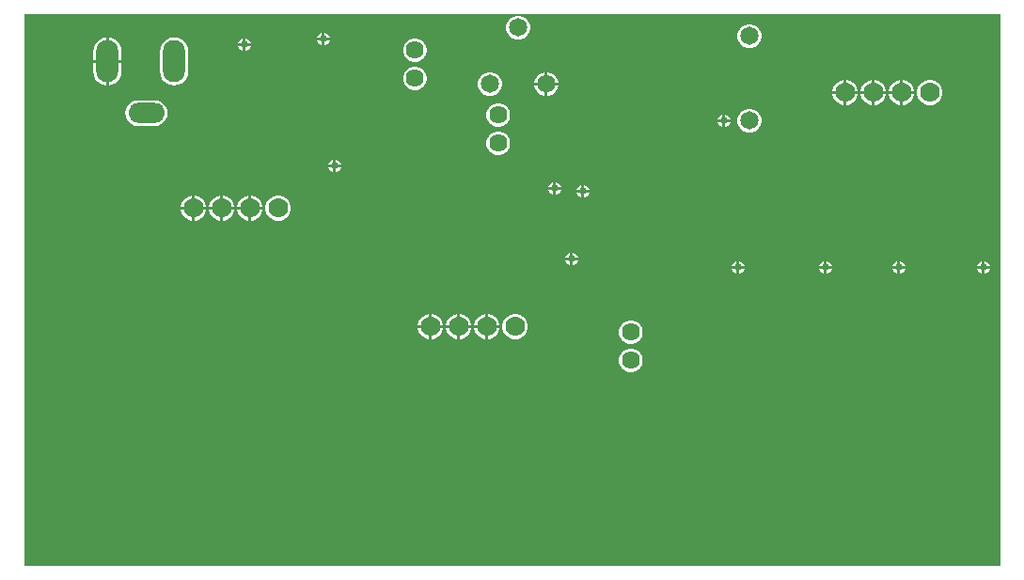
<source format=gbl>
G04*
G04 #@! TF.GenerationSoftware,Altium Limited,Altium Designer,24.1.2 (44)*
G04*
G04 Layer_Physical_Order=2*
G04 Layer_Color=16711680*
%FSLAX44Y44*%
%MOMM*%
G71*
G04*
G04 #@! TF.SameCoordinates,F52A13A3-DB3F-44E1-B1C3-80E51AC4D0DF*
G04*
G04*
G04 #@! TF.FilePolarity,Positive*
G04*
G01*
G75*
%ADD36C,1.6200*%
%ADD37C,1.7780*%
%ADD38C,1.6510*%
%ADD39O,2.0000X3.8000*%
%ADD40O,3.3000X1.8000*%
%ADD41C,0.6350*%
G36*
X883820Y5179D02*
X5179D01*
Y502821D01*
X883820D01*
Y5179D01*
D02*
G37*
%LPC*%
G36*
X275590Y485720D02*
Y481330D01*
X279980D01*
X279165Y483297D01*
X277557Y484905D01*
X275590Y485720D01*
D02*
G37*
G36*
X273050D02*
X271083Y484905D01*
X269475Y483297D01*
X268660Y481330D01*
X273050D01*
Y485720D01*
D02*
G37*
G36*
X451001Y501015D02*
X448159D01*
X445413Y500279D01*
X442952Y498858D01*
X440942Y496848D01*
X439521Y494387D01*
X438785Y491641D01*
Y488799D01*
X439521Y486053D01*
X440942Y483592D01*
X442952Y481582D01*
X445413Y480161D01*
X448159Y479425D01*
X451001D01*
X453747Y480161D01*
X456208Y481582D01*
X458218Y483592D01*
X459639Y486053D01*
X460375Y488799D01*
Y491641D01*
X459639Y494387D01*
X458218Y496848D01*
X456208Y498858D01*
X453747Y500279D01*
X451001Y501015D01*
D02*
G37*
G36*
X204470Y480640D02*
Y476250D01*
X208860D01*
X208045Y478217D01*
X206437Y479825D01*
X204470Y480640D01*
D02*
G37*
G36*
X201930D02*
X199963Y479825D01*
X198355Y478217D01*
X197540Y476250D01*
X201930D01*
Y480640D01*
D02*
G37*
G36*
X279980Y478790D02*
X275590D01*
Y474400D01*
X277557Y475215D01*
X279165Y476823D01*
X279980Y478790D01*
D02*
G37*
G36*
X273050D02*
X268660D01*
X269475Y476823D01*
X271083Y475215D01*
X273050Y474400D01*
Y478790D01*
D02*
G37*
G36*
X659281Y493395D02*
X656439D01*
X653693Y492659D01*
X651232Y491238D01*
X649222Y489228D01*
X647801Y486767D01*
X647065Y484021D01*
Y481179D01*
X647801Y478433D01*
X649222Y475972D01*
X651232Y473962D01*
X653693Y472541D01*
X656439Y471805D01*
X659281D01*
X662027Y472541D01*
X664488Y473962D01*
X666498Y475972D01*
X667919Y478433D01*
X668655Y481179D01*
Y484021D01*
X667919Y486767D01*
X666498Y489228D01*
X664488Y491238D01*
X662027Y492659D01*
X659281Y493395D01*
D02*
G37*
G36*
X208860Y473710D02*
X204470D01*
Y469320D01*
X206437Y470135D01*
X208045Y471743D01*
X208860Y473710D01*
D02*
G37*
G36*
X201930D02*
X197540D01*
X198355Y471743D01*
X199963Y470135D01*
X201930Y469320D01*
Y473710D01*
D02*
G37*
G36*
X81280Y481221D02*
Y461010D01*
X92658D01*
Y468740D01*
X92227Y472014D01*
X90964Y475064D01*
X88954Y477684D01*
X86334Y479694D01*
X83284Y480957D01*
X81280Y481221D01*
D02*
G37*
G36*
X78740D02*
X76736Y480957D01*
X73686Y479694D01*
X71066Y477684D01*
X69056Y475064D01*
X67793Y472014D01*
X67362Y468740D01*
Y461010D01*
X78740D01*
Y481221D01*
D02*
G37*
G36*
X358271Y480540D02*
X355469D01*
X352763Y479815D01*
X350337Y478414D01*
X348356Y476433D01*
X346955Y474007D01*
X346230Y471301D01*
Y468499D01*
X346955Y465793D01*
X348356Y463367D01*
X350337Y461386D01*
X352763Y459985D01*
X355469Y459260D01*
X358271D01*
X360977Y459985D01*
X363403Y461386D01*
X365384Y463367D01*
X366785Y465793D01*
X367510Y468499D01*
Y471301D01*
X366785Y474007D01*
X365384Y476433D01*
X363403Y478414D01*
X360977Y479815D01*
X358271Y480540D01*
D02*
G37*
G36*
X476401Y450215D02*
X476250D01*
Y440690D01*
X485775D01*
Y440841D01*
X485039Y443587D01*
X483618Y446048D01*
X481608Y448058D01*
X479147Y449479D01*
X476401Y450215D01*
D02*
G37*
G36*
X473710D02*
X473559D01*
X470813Y449479D01*
X468352Y448058D01*
X466342Y446048D01*
X464921Y443587D01*
X464185Y440841D01*
Y440690D01*
X473710D01*
Y450215D01*
D02*
G37*
G36*
X92658Y458470D02*
X81280D01*
Y438259D01*
X83284Y438523D01*
X86334Y439786D01*
X88954Y441796D01*
X90964Y444416D01*
X92227Y447466D01*
X92658Y450740D01*
Y458470D01*
D02*
G37*
G36*
X78740D02*
X67362D01*
Y450740D01*
X67793Y447466D01*
X69056Y444416D01*
X71066Y441796D01*
X73686Y439786D01*
X76736Y438523D01*
X78740Y438259D01*
Y458470D01*
D02*
G37*
G36*
X140010Y481388D02*
X136736Y480957D01*
X133686Y479694D01*
X131066Y477684D01*
X129056Y475064D01*
X127793Y472014D01*
X127362Y468740D01*
Y450740D01*
X127793Y447466D01*
X129056Y444416D01*
X131066Y441796D01*
X133686Y439786D01*
X136736Y438523D01*
X140010Y438092D01*
X143284Y438523D01*
X146334Y439786D01*
X148954Y441796D01*
X150964Y444416D01*
X152227Y447466D01*
X152658Y450740D01*
Y468740D01*
X152227Y472014D01*
X150964Y475064D01*
X148954Y477684D01*
X146334Y479694D01*
X143284Y480957D01*
X140010Y481388D01*
D02*
G37*
G36*
X358271Y455140D02*
X355469D01*
X352763Y454415D01*
X350337Y453014D01*
X348356Y451033D01*
X346955Y448607D01*
X346230Y445901D01*
Y443099D01*
X346955Y440393D01*
X348356Y437967D01*
X350337Y435986D01*
X352763Y434585D01*
X355469Y433860D01*
X358271D01*
X360977Y434585D01*
X363403Y435986D01*
X365384Y437967D01*
X366785Y440393D01*
X367510Y443099D01*
Y445901D01*
X366785Y448607D01*
X365384Y451033D01*
X363403Y453014D01*
X360977Y454415D01*
X358271Y455140D01*
D02*
G37*
G36*
X745725Y443230D02*
X745490D01*
Y433070D01*
X755650D01*
Y433305D01*
X754871Y436212D01*
X753366Y438818D01*
X751238Y440946D01*
X748632Y442451D01*
X745725Y443230D01*
D02*
G37*
G36*
X771125D02*
X770890D01*
Y433070D01*
X781050D01*
Y433305D01*
X780271Y436212D01*
X778766Y438818D01*
X776638Y440946D01*
X774032Y442451D01*
X771125Y443230D01*
D02*
G37*
G36*
X796525D02*
X796290D01*
Y433070D01*
X806450D01*
Y433305D01*
X805671Y436212D01*
X804166Y438818D01*
X802038Y440946D01*
X799432Y442451D01*
X796525Y443230D01*
D02*
G37*
G36*
X742950D02*
X742715D01*
X739808Y442451D01*
X737202Y440946D01*
X735074Y438818D01*
X733569Y436212D01*
X732790Y433305D01*
Y433070D01*
X742950D01*
Y443230D01*
D02*
G37*
G36*
X768350D02*
X768115D01*
X765208Y442451D01*
X762602Y440946D01*
X760474Y438818D01*
X758969Y436212D01*
X758190Y433305D01*
Y433070D01*
X768350D01*
Y443230D01*
D02*
G37*
G36*
X793750D02*
X793515D01*
X790608Y442451D01*
X788002Y440946D01*
X785874Y438818D01*
X784369Y436212D01*
X783590Y433305D01*
Y433070D01*
X793750D01*
Y443230D01*
D02*
G37*
G36*
X485775Y438150D02*
X476250D01*
Y428625D01*
X476401D01*
X479147Y429361D01*
X481608Y430782D01*
X483618Y432792D01*
X485039Y435253D01*
X485775Y437999D01*
Y438150D01*
D02*
G37*
G36*
X473710D02*
X464185D01*
Y437999D01*
X464921Y435253D01*
X466342Y432792D01*
X468352Y430782D01*
X470813Y429361D01*
X473559Y428625D01*
X473710D01*
Y438150D01*
D02*
G37*
G36*
X425601Y450215D02*
X422759D01*
X420013Y449479D01*
X417552Y448058D01*
X415542Y446048D01*
X414121Y443587D01*
X413385Y440841D01*
Y437999D01*
X414121Y435253D01*
X415542Y432792D01*
X417552Y430782D01*
X420013Y429361D01*
X422759Y428625D01*
X425601D01*
X428347Y429361D01*
X430808Y430782D01*
X432818Y432792D01*
X434239Y435253D01*
X434975Y437999D01*
Y440841D01*
X434239Y443587D01*
X432818Y446048D01*
X430808Y448058D01*
X428347Y449479D01*
X425601Y450215D01*
D02*
G37*
G36*
X821925Y443230D02*
X818915D01*
X816008Y442451D01*
X813402Y440946D01*
X811274Y438818D01*
X809769Y436212D01*
X808990Y433305D01*
Y430295D01*
X809769Y427388D01*
X811274Y424782D01*
X813402Y422654D01*
X816008Y421149D01*
X818915Y420370D01*
X821925D01*
X824832Y421149D01*
X827438Y422654D01*
X829566Y424782D01*
X831071Y427388D01*
X831850Y430295D01*
Y433305D01*
X831071Y436212D01*
X829566Y438818D01*
X827438Y440946D01*
X824832Y442451D01*
X821925Y443230D01*
D02*
G37*
G36*
X806450Y430530D02*
X796290D01*
Y420370D01*
X796525D01*
X799432Y421149D01*
X802038Y422654D01*
X804166Y424782D01*
X805671Y427388D01*
X806450Y430295D01*
Y430530D01*
D02*
G37*
G36*
X793750D02*
X783590D01*
Y430295D01*
X784369Y427388D01*
X785874Y424782D01*
X788002Y422654D01*
X790608Y421149D01*
X793515Y420370D01*
X793750D01*
Y430530D01*
D02*
G37*
G36*
X781050D02*
X770890D01*
Y420370D01*
X771125D01*
X774032Y421149D01*
X776638Y422654D01*
X778766Y424782D01*
X780271Y427388D01*
X781050Y430295D01*
Y430530D01*
D02*
G37*
G36*
X768350D02*
X758190D01*
Y430295D01*
X758969Y427388D01*
X760474Y424782D01*
X762602Y422654D01*
X765208Y421149D01*
X768115Y420370D01*
X768350D01*
Y430530D01*
D02*
G37*
G36*
X755650D02*
X745490D01*
Y420370D01*
X745725D01*
X748632Y421149D01*
X751238Y422654D01*
X753366Y424782D01*
X754871Y427388D01*
X755650Y430295D01*
Y430530D01*
D02*
G37*
G36*
X742950D02*
X732790D01*
Y430295D01*
X733569Y427388D01*
X735074Y424782D01*
X737202Y422654D01*
X739808Y421149D01*
X742715Y420370D01*
X742950D01*
Y430530D01*
D02*
G37*
G36*
X636270Y412060D02*
Y407670D01*
X640660D01*
X639845Y409637D01*
X638237Y411245D01*
X636270Y412060D01*
D02*
G37*
G36*
X633730D02*
X631763Y411245D01*
X630155Y409637D01*
X629340Y407670D01*
X633730D01*
Y412060D01*
D02*
G37*
G36*
X122510Y424879D02*
X107510D01*
X104497Y424483D01*
X101690Y423320D01*
X99280Y421470D01*
X97430Y419060D01*
X96267Y416253D01*
X95870Y413240D01*
X96267Y410227D01*
X97430Y407420D01*
X99280Y405010D01*
X101690Y403160D01*
X104497Y401997D01*
X107510Y401600D01*
X122510D01*
X125523Y401997D01*
X128330Y403160D01*
X130740Y405010D01*
X132590Y407420D01*
X133753Y410227D01*
X134150Y413240D01*
X133753Y416253D01*
X132590Y419060D01*
X130740Y421470D01*
X128330Y423320D01*
X125523Y424483D01*
X122510Y424879D01*
D02*
G37*
G36*
X433201Y422120D02*
X430399D01*
X427693Y421395D01*
X425267Y419994D01*
X423286Y418013D01*
X421885Y415587D01*
X421160Y412881D01*
Y410079D01*
X421885Y407373D01*
X423286Y404947D01*
X425267Y402966D01*
X427693Y401565D01*
X430399Y400840D01*
X433201D01*
X435907Y401565D01*
X438333Y402966D01*
X440314Y404947D01*
X441715Y407373D01*
X442440Y410079D01*
Y412881D01*
X441715Y415587D01*
X440314Y418013D01*
X438333Y419994D01*
X435907Y421395D01*
X433201Y422120D01*
D02*
G37*
G36*
X640660Y405130D02*
X636270D01*
Y400740D01*
X638237Y401555D01*
X639845Y403163D01*
X640660Y405130D01*
D02*
G37*
G36*
X633730D02*
X629340D01*
X630155Y403163D01*
X631763Y401555D01*
X633730Y400740D01*
Y405130D01*
D02*
G37*
G36*
X659281Y417195D02*
X656439D01*
X653693Y416459D01*
X651232Y415038D01*
X649222Y413028D01*
X647801Y410567D01*
X647065Y407821D01*
Y404979D01*
X647801Y402233D01*
X649222Y399772D01*
X651232Y397762D01*
X653693Y396341D01*
X656439Y395605D01*
X659281D01*
X662027Y396341D01*
X664488Y397762D01*
X666498Y399772D01*
X667919Y402233D01*
X668655Y404979D01*
Y407821D01*
X667919Y410567D01*
X666498Y413028D01*
X664488Y415038D01*
X662027Y416459D01*
X659281Y417195D01*
D02*
G37*
G36*
X433201Y396720D02*
X430399D01*
X427693Y395995D01*
X425267Y394594D01*
X423286Y392613D01*
X421885Y390187D01*
X421160Y387481D01*
Y384679D01*
X421885Y381973D01*
X423286Y379547D01*
X425267Y377566D01*
X427693Y376165D01*
X430399Y375440D01*
X433201D01*
X435907Y376165D01*
X438333Y377566D01*
X440314Y379547D01*
X441715Y381973D01*
X442440Y384679D01*
Y387481D01*
X441715Y390187D01*
X440314Y392613D01*
X438333Y394594D01*
X435907Y395995D01*
X433201Y396720D01*
D02*
G37*
G36*
X285750Y371420D02*
Y367030D01*
X290140D01*
X289325Y368997D01*
X287717Y370605D01*
X285750Y371420D01*
D02*
G37*
G36*
X283210D02*
X281243Y370605D01*
X279635Y368997D01*
X278820Y367030D01*
X283210D01*
Y371420D01*
D02*
G37*
G36*
X290140Y364490D02*
X285750D01*
Y360100D01*
X287717Y360915D01*
X289325Y362523D01*
X290140Y364490D01*
D02*
G37*
G36*
X283210D02*
X278820D01*
X279635Y362523D01*
X281243Y360915D01*
X283210Y360100D01*
Y364490D01*
D02*
G37*
G36*
X483870Y351100D02*
Y346710D01*
X488260D01*
X487445Y348677D01*
X485837Y350285D01*
X483870Y351100D01*
D02*
G37*
G36*
X481330D02*
X479363Y350285D01*
X477755Y348677D01*
X476940Y346710D01*
X481330D01*
Y351100D01*
D02*
G37*
G36*
X509270Y348560D02*
Y344170D01*
X513660D01*
X512845Y346137D01*
X511237Y347745D01*
X509270Y348560D01*
D02*
G37*
G36*
X506730D02*
X504763Y347745D01*
X503155Y346137D01*
X502340Y344170D01*
X506730D01*
Y348560D01*
D02*
G37*
G36*
X488260Y344170D02*
X483870D01*
Y339780D01*
X485837Y340595D01*
X487445Y342203D01*
X488260Y344170D01*
D02*
G37*
G36*
X481330D02*
X476940D01*
X477755Y342203D01*
X479363Y340595D01*
X481330Y339780D01*
Y344170D01*
D02*
G37*
G36*
X513660Y341630D02*
X509270D01*
Y337240D01*
X511237Y338055D01*
X512845Y339663D01*
X513660Y341630D01*
D02*
G37*
G36*
X506730D02*
X502340D01*
X503155Y339663D01*
X504763Y338055D01*
X506730Y337240D01*
Y341630D01*
D02*
G37*
G36*
X209785Y339090D02*
X209550D01*
Y328930D01*
X219710D01*
Y329165D01*
X218931Y332072D01*
X217426Y334678D01*
X215298Y336806D01*
X212692Y338311D01*
X209785Y339090D01*
D02*
G37*
G36*
X184385D02*
X184150D01*
Y328930D01*
X194310D01*
Y329165D01*
X193531Y332072D01*
X192026Y334678D01*
X189898Y336806D01*
X187292Y338311D01*
X184385Y339090D01*
D02*
G37*
G36*
X158985D02*
X158750D01*
Y328930D01*
X168910D01*
Y329165D01*
X168131Y332072D01*
X166626Y334678D01*
X164498Y336806D01*
X161892Y338311D01*
X158985Y339090D01*
D02*
G37*
G36*
X207010D02*
X206775D01*
X203868Y338311D01*
X201262Y336806D01*
X199134Y334678D01*
X197629Y332072D01*
X196850Y329165D01*
Y328930D01*
X207010D01*
Y339090D01*
D02*
G37*
G36*
X181610D02*
X181375D01*
X178468Y338311D01*
X175862Y336806D01*
X173734Y334678D01*
X172229Y332072D01*
X171450Y329165D01*
Y328930D01*
X181610D01*
Y339090D01*
D02*
G37*
G36*
X156210D02*
X155975D01*
X153068Y338311D01*
X150462Y336806D01*
X148334Y334678D01*
X146829Y332072D01*
X146050Y329165D01*
Y328930D01*
X156210D01*
Y339090D01*
D02*
G37*
G36*
X235185D02*
X232175D01*
X229268Y338311D01*
X226662Y336806D01*
X224534Y334678D01*
X223029Y332072D01*
X222250Y329165D01*
Y326155D01*
X223029Y323248D01*
X224534Y320642D01*
X226662Y318514D01*
X229268Y317009D01*
X232175Y316230D01*
X235185D01*
X238092Y317009D01*
X240698Y318514D01*
X242826Y320642D01*
X244331Y323248D01*
X245110Y326155D01*
Y329165D01*
X244331Y332072D01*
X242826Y334678D01*
X240698Y336806D01*
X238092Y338311D01*
X235185Y339090D01*
D02*
G37*
G36*
X219710Y326390D02*
X209550D01*
Y316230D01*
X209785D01*
X212692Y317009D01*
X215298Y318514D01*
X217426Y320642D01*
X218931Y323248D01*
X219710Y326155D01*
Y326390D01*
D02*
G37*
G36*
X207010D02*
X196850D01*
Y326155D01*
X197629Y323248D01*
X199134Y320642D01*
X201262Y318514D01*
X203868Y317009D01*
X206775Y316230D01*
X207010D01*
Y326390D01*
D02*
G37*
G36*
X194310D02*
X184150D01*
Y316230D01*
X184385D01*
X187292Y317009D01*
X189898Y318514D01*
X192026Y320642D01*
X193531Y323248D01*
X194310Y326155D01*
Y326390D01*
D02*
G37*
G36*
X181610D02*
X171450D01*
Y326155D01*
X172229Y323248D01*
X173734Y320642D01*
X175862Y318514D01*
X178468Y317009D01*
X181375Y316230D01*
X181610D01*
Y326390D01*
D02*
G37*
G36*
X168910D02*
X158750D01*
Y316230D01*
X158985D01*
X161892Y317009D01*
X164498Y318514D01*
X166626Y320642D01*
X168131Y323248D01*
X168910Y326155D01*
Y326390D01*
D02*
G37*
G36*
X156210D02*
X146050D01*
Y326155D01*
X146829Y323248D01*
X148334Y320642D01*
X150462Y318514D01*
X153068Y317009D01*
X155975Y316230D01*
X156210D01*
Y326390D01*
D02*
G37*
G36*
X499110Y287600D02*
Y283210D01*
X503500D01*
X502685Y285177D01*
X501077Y286785D01*
X499110Y287600D01*
D02*
G37*
G36*
X496570D02*
X494603Y286785D01*
X492995Y285177D01*
X492180Y283210D01*
X496570D01*
Y287600D01*
D02*
G37*
G36*
X503500Y280670D02*
X499110D01*
Y276280D01*
X501077Y277095D01*
X502685Y278703D01*
X503500Y280670D01*
D02*
G37*
G36*
X496570D02*
X492180D01*
X492995Y278703D01*
X494603Y277095D01*
X496570Y276280D01*
Y280670D01*
D02*
G37*
G36*
X869950Y279980D02*
Y275590D01*
X874340D01*
X873525Y277557D01*
X871917Y279165D01*
X869950Y279980D01*
D02*
G37*
G36*
X867410D02*
X865443Y279165D01*
X863835Y277557D01*
X863020Y275590D01*
X867410D01*
Y279980D01*
D02*
G37*
G36*
X793750D02*
Y275590D01*
X798140D01*
X797325Y277557D01*
X795717Y279165D01*
X793750Y279980D01*
D02*
G37*
G36*
X791210D02*
X789243Y279165D01*
X787635Y277557D01*
X786820Y275590D01*
X791210D01*
Y279980D01*
D02*
G37*
G36*
X727710D02*
Y275590D01*
X732100D01*
X731285Y277557D01*
X729677Y279165D01*
X727710Y279980D01*
D02*
G37*
G36*
X725170D02*
X723203Y279165D01*
X721595Y277557D01*
X720780Y275590D01*
X725170D01*
Y279980D01*
D02*
G37*
G36*
X648970D02*
Y275590D01*
X653360D01*
X652545Y277557D01*
X650937Y279165D01*
X648970Y279980D01*
D02*
G37*
G36*
X646430D02*
X644463Y279165D01*
X642855Y277557D01*
X642040Y275590D01*
X646430D01*
Y279980D01*
D02*
G37*
G36*
X874340Y273050D02*
X869950D01*
Y268660D01*
X871917Y269475D01*
X873525Y271083D01*
X874340Y273050D01*
D02*
G37*
G36*
X867410D02*
X863020D01*
X863835Y271083D01*
X865443Y269475D01*
X867410Y268660D01*
Y273050D01*
D02*
G37*
G36*
X798140D02*
X793750D01*
Y268660D01*
X795717Y269475D01*
X797325Y271083D01*
X798140Y273050D01*
D02*
G37*
G36*
X791210D02*
X786820D01*
X787635Y271083D01*
X789243Y269475D01*
X791210Y268660D01*
Y273050D01*
D02*
G37*
G36*
X732100D02*
X727710D01*
Y268660D01*
X729677Y269475D01*
X731285Y271083D01*
X732100Y273050D01*
D02*
G37*
G36*
X725170D02*
X720780D01*
X721595Y271083D01*
X723203Y269475D01*
X725170Y268660D01*
Y273050D01*
D02*
G37*
G36*
X653360D02*
X648970D01*
Y268660D01*
X650937Y269475D01*
X652545Y271083D01*
X653360Y273050D01*
D02*
G37*
G36*
X646430D02*
X642040D01*
X642855Y271083D01*
X644463Y269475D01*
X646430Y268660D01*
Y273050D01*
D02*
G37*
G36*
X423145Y232410D02*
X422910D01*
Y222250D01*
X433070D01*
Y222485D01*
X432291Y225392D01*
X430786Y227998D01*
X428658Y230126D01*
X426052Y231631D01*
X423145Y232410D01*
D02*
G37*
G36*
X397745D02*
X397510D01*
Y222250D01*
X407670D01*
Y222485D01*
X406891Y225392D01*
X405386Y227998D01*
X403258Y230126D01*
X400652Y231631D01*
X397745Y232410D01*
D02*
G37*
G36*
X372345D02*
X372110D01*
Y222250D01*
X382270D01*
Y222485D01*
X381491Y225392D01*
X379986Y227998D01*
X377858Y230126D01*
X375252Y231631D01*
X372345Y232410D01*
D02*
G37*
G36*
X420370D02*
X420135D01*
X417228Y231631D01*
X414622Y230126D01*
X412494Y227998D01*
X410989Y225392D01*
X410210Y222485D01*
Y222250D01*
X420370D01*
Y232410D01*
D02*
G37*
G36*
X394970D02*
X394735D01*
X391828Y231631D01*
X389222Y230126D01*
X387094Y227998D01*
X385589Y225392D01*
X384810Y222485D01*
Y222250D01*
X394970D01*
Y232410D01*
D02*
G37*
G36*
X369570D02*
X369335D01*
X366428Y231631D01*
X363822Y230126D01*
X361694Y227998D01*
X360189Y225392D01*
X359410Y222485D01*
Y222250D01*
X369570D01*
Y232410D01*
D02*
G37*
G36*
X448545D02*
X445535D01*
X442628Y231631D01*
X440022Y230126D01*
X437894Y227998D01*
X436389Y225392D01*
X435610Y222485D01*
Y219475D01*
X436389Y216568D01*
X437894Y213962D01*
X440022Y211834D01*
X442628Y210329D01*
X445535Y209550D01*
X448545D01*
X451452Y210329D01*
X454058Y211834D01*
X456186Y213962D01*
X457691Y216568D01*
X458470Y219475D01*
Y222485D01*
X457691Y225392D01*
X456186Y227998D01*
X454058Y230126D01*
X451452Y231631D01*
X448545Y232410D01*
D02*
G37*
G36*
X433070Y219710D02*
X422910D01*
Y209550D01*
X423145D01*
X426052Y210329D01*
X428658Y211834D01*
X430786Y213962D01*
X432291Y216568D01*
X433070Y219475D01*
Y219710D01*
D02*
G37*
G36*
X420370D02*
X410210D01*
Y219475D01*
X410989Y216568D01*
X412494Y213962D01*
X414622Y211834D01*
X417228Y210329D01*
X420135Y209550D01*
X420370D01*
Y219710D01*
D02*
G37*
G36*
X407670D02*
X397510D01*
Y209550D01*
X397745D01*
X400652Y210329D01*
X403258Y211834D01*
X405386Y213962D01*
X406891Y216568D01*
X407670Y219475D01*
Y219710D01*
D02*
G37*
G36*
X394970D02*
X384810D01*
Y219475D01*
X385589Y216568D01*
X387094Y213962D01*
X389222Y211834D01*
X391828Y210329D01*
X394735Y209550D01*
X394970D01*
Y219710D01*
D02*
G37*
G36*
X382270D02*
X372110D01*
Y209550D01*
X372345D01*
X375252Y210329D01*
X377858Y211834D01*
X379986Y213962D01*
X381491Y216568D01*
X382270Y219475D01*
Y219710D01*
D02*
G37*
G36*
X369570D02*
X359410D01*
Y219475D01*
X360189Y216568D01*
X361694Y213962D01*
X363822Y211834D01*
X366428Y210329D01*
X369335Y209550D01*
X369570D01*
Y219710D01*
D02*
G37*
G36*
X552581Y226540D02*
X549779D01*
X547073Y225815D01*
X544647Y224414D01*
X542666Y222433D01*
X541265Y220007D01*
X540540Y217301D01*
Y214499D01*
X541265Y211793D01*
X542666Y209367D01*
X544647Y207386D01*
X547073Y205985D01*
X549779Y205260D01*
X552581D01*
X555287Y205985D01*
X557713Y207386D01*
X559694Y209367D01*
X561095Y211793D01*
X561820Y214499D01*
Y217301D01*
X561095Y220007D01*
X559694Y222433D01*
X557713Y224414D01*
X555287Y225815D01*
X552581Y226540D01*
D02*
G37*
G36*
Y201140D02*
X549779D01*
X547073Y200415D01*
X544647Y199014D01*
X542666Y197033D01*
X541265Y194607D01*
X540540Y191901D01*
Y189099D01*
X541265Y186393D01*
X542666Y183967D01*
X544647Y181986D01*
X547073Y180585D01*
X549779Y179860D01*
X552581D01*
X555287Y180585D01*
X557713Y181986D01*
X559694Y183967D01*
X561095Y186393D01*
X561820Y189099D01*
Y191901D01*
X561095Y194607D01*
X559694Y197033D01*
X557713Y199014D01*
X555287Y200415D01*
X552581Y201140D01*
D02*
G37*
%LPD*%
D36*
X551180Y215900D02*
D03*
Y190500D02*
D03*
X431800Y386080D02*
D03*
Y411480D02*
D03*
X356870Y444500D02*
D03*
Y469900D02*
D03*
D37*
X421640Y220980D02*
D03*
X447040D02*
D03*
X370840D02*
D03*
X396240D02*
D03*
X795020Y431800D02*
D03*
X820420D02*
D03*
X744220D02*
D03*
X769620D02*
D03*
X208280Y327660D02*
D03*
X233680D02*
D03*
X157480D02*
D03*
X182880D02*
D03*
D38*
X424180Y439420D02*
D03*
X474980D02*
D03*
X449580Y490220D02*
D03*
X657860Y482600D02*
D03*
Y406400D02*
D03*
D39*
X140010Y459740D02*
D03*
X80010D02*
D03*
D40*
X115010Y413240D02*
D03*
D41*
X635000Y406400D02*
D03*
X482600Y345440D02*
D03*
X508000Y342900D02*
D03*
X497840Y281940D02*
D03*
X647700Y274320D02*
D03*
X868680D02*
D03*
X792480D02*
D03*
X726440D02*
D03*
X284480Y365760D02*
D03*
X274320Y480060D02*
D03*
X203200Y474980D02*
D03*
M02*

</source>
